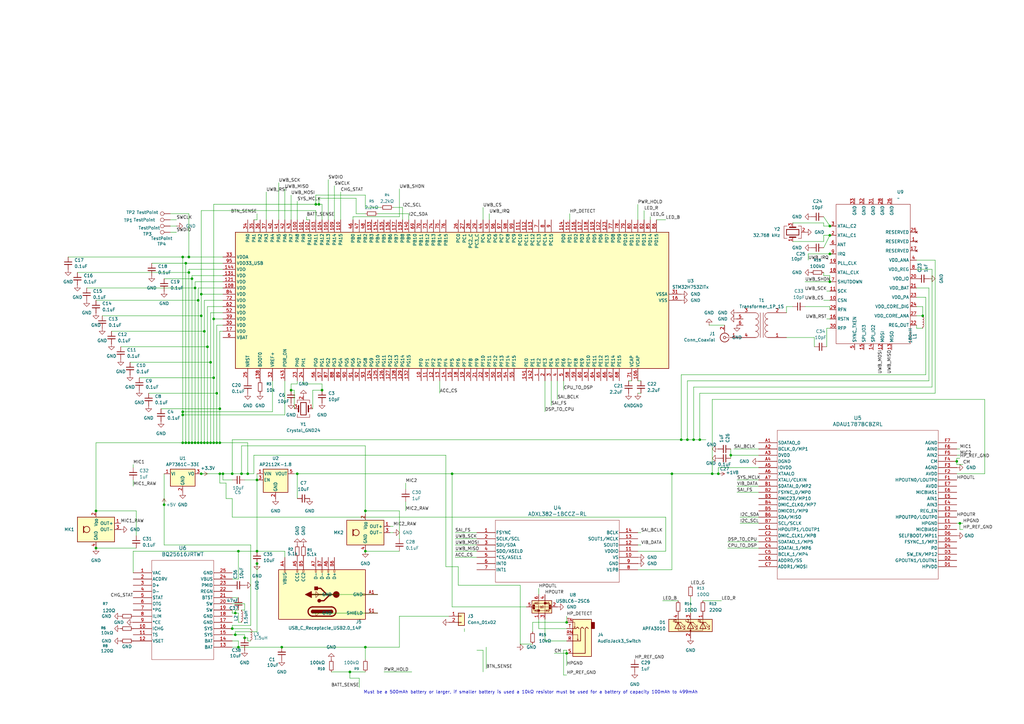
<source format=kicad_sch>
(kicad_sch (version 20250114) (generator "eeschema") (generator_version "9.0")
  (paper "A3")
  (text "Must be a 500mAh battery or larger, if smaller battery is used a 10kΩ resistor must be used for a battery of capacity 100mAh to 499mAh" (at 217.678 283.972 0) (effects (font (size 1.27 1.27))))
  (junction (at 78.74 114.3))
  (junction (at 392.43 189.23))
  (junction (at 340.36 115.57))
  (junction (at 100.33 261.62))
  (junction (at 149.86 226.06))
  (junction (at 101.6 194.31))
  (junction (at 90.17 181.61))
  (junction (at 82.55 181.61))
  (junction (at 91.44 194.31))
  (junction (at 82.55 194.31))
  (junction (at 96.52 251.46))
  (junction (at 83.82 181.61))
  (junction (at 105.41 231.14))
  (junction (at 284.48 180.34))
  (junction (at 74.93 105.41))
  (junction (at 83.82 135.89))
  (junction (at 279.4 180.34))
  (junction (at 378.46 129.54))
  (junction (at 81.28 181.61))
  (junction (at 149.86 265.43))
  (junction (at 105.41 196.85))
  (junction (at 340.36 96.52))
  (junction (at 85.09 142.24))
  (junction (at 77.47 111.76))
  (junction (at 88.9 181.61))
  (junction (at 294.64 194.31))
  (junction (at 275.59 194.31))
  (junction (at 67.31 207.01))
  (junction (at 149.86 209.55))
  (junction (at 74.93 181.61))
  (junction (at 39.37 224.79))
  (junction (at 287.02 180.34))
  (junction (at 393.7 214.63))
  (junction (at 81.28 123.19))
  (junction (at 87.63 154.94))
  (junction (at 87.63 130.81))
  (junction (at 143.51 275.59))
  (junction (at 340.36 92.71))
  (junction (at 105.41 226.06))
  (junction (at 115.57 265.43))
  (junction (at 299.72 186.69))
  (junction (at 99.06 194.31))
  (junction (at 88.9 161.29))
  (junction (at 85.09 181.61))
  (junction (at 97.79 226.06))
  (junction (at 119.38 160.02))
  (junction (at 132.08 160.02))
  (junction (at 80.01 118.11))
  (junction (at 87.63 181.61))
  (junction (at 82.55 129.54))
  (junction (at 78.74 181.61))
  (junction (at 340.36 104.14))
  (junction (at 74.93 170.18))
  (junction (at 97.79 265.43))
  (junction (at 130.81 83.82))
  (junction (at 86.36 148.59))
  (junction (at 281.94 180.34))
  (junction (at 95.25 194.31))
  (junction (at 39.37 209.55))
  (junction (at 185.42 194.31))
  (junction (at 76.2 107.95))
  (junction (at 129.54 83.82))
  (junction (at 90.17 194.31))
  (junction (at 80.01 181.61))
  (junction (at 90.17 167.64))
  (junction (at 77.47 181.61))
  (junction (at 74.93 168.91))
  (junction (at 232.41 267.97))
  (junction (at 86.36 181.61))
  (junction (at 96.52 260.35))
  (junction (at 232.41 255.27))
  (junction (at 77.47 105.41))
  (junction (at 76.2 181.61))
  (junction (at 95.25 257.81))
  (junction (at 121.92 194.31))
  (junction (at 292.1 194.31))
  (junction (at 82.55 120.65))
  (wire (pts (xy 163.83 209.55) (xy 149.86 209.55)))
  (wire (pts (xy 337.82 92.71) (xy 340.36 92.71)))
  (wire (pts (xy 124.46 157.48) (xy 132.08 157.48)))
  (wire (pts (xy 261.62 226.06) (xy 273.05 226.06)))
  (wire (pts (xy 186.69 218.44) (xy 195.58 218.44)))
  (wire (pts (xy 182.88 232.41) (xy 182.88 186.69)))
  (wire (pts (xy 105.41 194.31) (xy 105.41 196.85)))
  (wire (pts (xy 190.5 257.81) (xy 190.5 259.08)))
  (wire (pts (xy 223.52 156.21) (xy 223.52 168.91)))
  (wire (pts (xy 279.4 180.34) (xy 281.94 180.34)))
  (wire (pts (xy 99.06 182.88) (xy 149.86 182.88)))
  (wire (pts (xy 105.41 231.14) (xy 105.41 259.08)))
  (wire (pts (xy 85.09 125.73) (xy 85.09 142.24)))
  (wire (pts (xy 154.94 251.46) (xy 128.27 251.46)))
  (wire (pts (xy 121.92 204.47) (xy 121.92 194.31)))
  (wire (pts (xy 392.43 194.31) (xy 403.86 194.31)))
  (wire (pts (xy 262.89 156.21) (xy 261.62 156.21)))
  (wire (pts (xy 83.82 135.89) (xy 83.82 181.61)))
  (wire (pts (xy 382.27 158.75) (xy 382.27 110.49)))
  (wire (pts (xy 91.44 113.03) (xy 78.74 113.03)))
  (wire (pts (xy 57.15 154.94) (xy 87.63 154.94)))
  (wire (pts (xy 147.32 278.13) (xy 143.51 278.13)))
  (wire (pts (xy 382.27 110.49) (xy 375.92 110.49)))
  (wire (pts (xy 163.83 252.73) (xy 163.83 265.43)))
  (wire (pts (xy 394.97 214.63) (xy 393.7 214.63)))
  (wire (pts (xy 339.09 134.62) (xy 340.36 134.62)))
  (wire (pts (xy 149.86 80.01) (xy 129.54 80.01)))
  (wire (pts (xy 116.84 156.21) (xy 116.84 170.18)))
  (wire (pts (xy 392.43 190.5) (xy 392.43 189.23)))
  (wire (pts (xy 261.62 83.82) (xy 261.62 90.17)))
  (wire (pts (xy 223.52 262.89) (xy 223.52 254)))
  (wire (pts (xy 227.33 267.97) (xy 232.41 267.97)))
  (wire (pts (xy 287.02 161.29) (xy 383.54 161.29)))
  (wire (pts (xy 232.41 257.81) (xy 220.98 257.81)))
  (wire (pts (xy 302.26 199.39) (xy 311.15 199.39)))
  (wire (pts (xy 300.99 184.15) (xy 311.15 184.15)))
  (wire (pts (xy 99.06 194.31) (xy 101.6 194.31)))
  (wire (pts (xy 381 118.11) (xy 381 156.21)))
  (wire (pts (xy 91.44 118.11) (xy 81.28 118.11)))
  (wire (pts (xy 109.22 78.74) (xy 109.22 90.17)))
  (wire (pts (xy 81.28 123.19) (xy 81.28 181.61)))
  (wire (pts (xy 129.54 83.82) (xy 130.81 83.82)))
  (wire (pts (xy 95.25 212.09) (xy 95.25 204.47)))
  (wire (pts (xy 337.82 123.19) (xy 340.36 123.19)))
  (wire (pts (xy 82.55 86.36) (xy 129.54 86.36)))
  (wire (pts (xy 330.2 115.57) (xy 340.36 115.57)))
  (wire (pts (xy 100.33 196.85) (xy 105.41 196.85)))
  (wire (pts (xy 281.94 180.34) (xy 284.48 180.34)))
  (wire (pts (xy 163.83 220.98) (xy 163.83 209.55)))
  (wire (pts (xy 101.6 262.89) (xy 102.87 262.89)))
  (wire (pts (xy 121.92 194.31) (xy 185.42 194.31)))
  (wire (pts (xy 91.44 120.65) (xy 82.55 120.65)))
  (wire (pts (xy 39.37 123.19) (xy 81.28 123.19)))
  (wire (pts (xy 69.85 90.17) (xy 72.39 90.17)))
  (wire (pts (xy 298.45 222.25) (xy 311.15 222.25)))
  (wire (pts (xy 81.28 118.11) (xy 81.28 123.19)))
  (wire (pts (xy 82.55 181.61) (xy 83.82 181.61)))
  (wire (pts (xy 341.63 104.14) (xy 340.36 104.14)))
  (wire (pts (xy 96.52 259.08) (xy 96.52 260.35)))
  (wire (pts (xy 394.97 190.5) (xy 392.43 190.5)))
  (wire (pts (xy 273.05 212.09) (xy 95.25 212.09)))
  (wire (pts (xy 165.1 85.09) (xy 161.29 85.09)))
  (wire (pts (xy 80.01 118.11) (xy 80.01 181.61)))
  (wire (pts (xy 165.1 85.09) (xy 165.1 90.17)))
  (wire (pts (xy 330.2 125.73) (xy 340.36 125.73)))
  (wire (pts (xy 232.41 252.73) (xy 232.41 255.27)))
  (wire (pts (xy 77.47 110.49) (xy 77.47 111.76)))
  (wire (pts (xy 180.34 161.29) (xy 180.34 156.21)))
  (wire (pts (xy 86.36 128.27) (xy 86.36 148.59)))
  (wire (pts (xy 91.44 196.85) (xy 95.25 196.85)))
  (wire (pts (xy 232.41 276.86) (xy 231.14 276.86)))
  (wire (pts (xy 337.82 91.44) (xy 337.82 92.71)))
  (wire (pts (xy 266.7 88.9) (xy 266.7 90.17)))
  (wire (pts (xy 121.92 156.21) (xy 121.92 157.48)))
  (wire (pts (xy 60.96 161.29) (xy 88.9 161.29)))
  (wire (pts (xy 378.46 125.73) (xy 378.46 129.54)))
  (wire (pts (xy 337.82 113.03) (xy 340.36 113.03)))
  (wire (pts (xy 337.82 88.9) (xy 340.36 92.71)))
  (wire (pts (xy 337.82 101.6) (xy 340.36 96.52)))
  (wire (pts (xy 298.45 224.79) (xy 311.15 224.79)))
  (wire (pts (xy 233.68 87.63) (xy 233.68 90.17)))
  (wire (pts (xy 100.33 247.65) (xy 95.25 247.65)))
  (wire (pts (xy 128.27 160.02) (xy 132.08 160.02)))
  (wire (pts (xy 403.86 194.31) (xy 403.86 163.83)))
  (wire (pts (xy 161.29 215.9) (xy 160.02 215.9)))
  (wire (pts (xy 69.85 92.71) (xy 72.39 92.71)))
  (wire (pts (xy 95.25 262.89) (xy 97.79 262.89)))
  (wire (pts (xy 228.6 163.83) (xy 228.6 156.21)))
  (wire (pts (xy 292.1 194.31) (xy 294.64 194.31)))
  (wire (pts (xy 97.79 250.19) (xy 96.52 250.19)))
  (wire (pts (xy 90.17 135.89) (xy 90.17 167.64)))
  (wire (pts (xy 275.59 194.31) (xy 292.1 194.31)))
  (wire (pts (xy 149.86 182.88) (xy 149.86 209.55)))
  (wire (pts (xy 81.28 181.61) (xy 82.55 181.61)))
  (wire (pts (xy 105.41 196.85) (xy 105.41 226.06)))
  (wire (pts (xy 149.86 209.55) (xy 149.86 210.82)))
  (wire (pts (xy 83.82 181.61) (xy 85.09 181.61)))
  (wire (pts (xy 102.87 223.52) (xy 102.87 256.54)))
  (wire (pts (xy 87.63 130.81) (xy 87.63 154.94)))
  (wire (pts (xy 80.01 115.57) (xy 80.01 118.11)))
  (wire (pts (xy 85.09 142.24) (xy 85.09 181.61)))
  (wire (pts (xy 54.61 234.95) (xy 54.61 226.06)))
  (wire (pts (xy 87.63 154.94) (xy 87.63 181.61)))
  (wire (pts (xy 322.58 138.43) (xy 334.01 138.43)))
  (wire (pts (xy 257.81 156.21) (xy 259.08 156.21)))
  (wire (pts (xy 262.89 218.44) (xy 261.62 218.44)))
  (wire (pts (xy 322.58 128.27) (xy 322.58 125.73)))
  (wire (pts (xy 213.36 264.16) (xy 213.36 240.03)))
  (wire (pts (xy 105.41 259.08) (xy 96.52 259.08)))
  (wire (pts (xy 149.86 87.63) (xy 146.05 87.63)))
  (wire (pts (xy 111.76 156.21) (xy 111.76 168.91)))
  (wire (pts (xy 340.36 125.73) (xy 340.36 127)))
  (wire (pts (xy 91.44 107.95) (xy 76.2 107.95)))
  (wire (pts (xy 95.25 257.81) (xy 102.87 257.81)))
  (wire (pts (xy 186.69 226.06) (xy 195.58 226.06)))
  (wire (pts (xy 340.36 113.03) (xy 340.36 115.57)))
  (wire (pts (xy 231.14 266.7) (xy 232.41 266.7)))
  (wire (pts (xy 393.7 186.69) (xy 392.43 186.69)))
  (wire (pts (xy 299.72 186.69) (xy 311.15 186.69)))
  (wire (pts (xy 82.55 120.65) (xy 82.55 129.54)))
  (wire (pts (xy 284.48 180.34) (xy 287.02 180.34)))
  (wire (pts (xy 199.39 265.43) (xy 199.39 274.32)))
  (wire (pts (xy 322.58 125.73) (xy 325.12 125.73)))
  (wire (pts (xy 82.55 194.31) (xy 90.17 194.31)))
  (wire (pts (xy 271.78 246.38) (xy 278.13 246.38)))
  (wire (pts (xy 95.25 194.31) (xy 95.25 180.34)))
  (wire (pts (xy 104.14 186.69) (xy 104.14 194.31)))
  (wire (pts (xy 392.43 187.96) (xy 392.43 189.23)))
  (wire (pts (xy 80.01 181.61) (xy 81.28 181.61)))
  (wire (pts (xy 90.17 181.61) (xy 101.6 181.61)))
  (wire (pts (xy 67.31 194.31) (xy 67.31 207.01)))
  (wire (pts (xy 91.44 135.89) (xy 90.17 135.89)))
  (wire (pts (xy 185.42 194.31) (xy 185.42 248.92)))
  (wire (pts (xy 130.81 83.82) (xy 132.08 83.82)))
  (wire (pts (xy 101.6 261.62) (xy 101.6 262.89)))
  (wire (pts (xy 273.05 226.06) (xy 273.05 212.09)))
  (wire (pts (xy 337.82 96.52) (xy 340.36 96.52)))
  (wire (pts (xy 76.2 107.95) (xy 76.2 181.61)))
  (wire (pts (xy 128.27 167.64) (xy 128.27 160.02)))
  (wire (pts (xy 82.55 86.36) (xy 82.55 120.65)))
  (wire (pts (xy 55.88 219.71) (xy 55.88 209.55)))
  (wire (pts (xy 74.93 181.61) (xy 76.2 181.61)))
  (wire (pts (xy 303.53 212.09) (xy 311.15 212.09)))
  (wire (pts (xy 91.44 196.85) (xy 91.44 194.31)))
  (wire (pts (xy 54.61 190.5) (xy 54.61 191.77)))
  (wire (pts (xy 186.69 220.98) (xy 195.58 220.98)))
  (wire (pts (xy 100.33 261.62) (xy 101.6 261.62)))
  (wire (pts (xy 35.56 118.11) (xy 80.01 118.11)))
  (wire (pts (xy 74.93 105.41) (xy 74.93 168.91)))
  (wire (pts (xy 149.86 265.43) (xy 115.57 265.43)))
  (wire (pts (xy 88.9 133.35) (xy 88.9 161.29)))
  (wire (pts (xy 231.14 160.02) (xy 231.14 156.21)))
  (wire (pts (xy 339.09 119.38) (xy 340.36 119.38)))
  (wire (pts (xy 97.79 251.46) (xy 96.52 251.46)))
  (wire (pts (xy 284.48 158.75) (xy 382.27 158.75)))
  (wire (pts (xy 379.73 121.92) (xy 379.73 153.67)))
  (wire (pts (xy 86.36 148.59) (xy 86.36 181.61)))
  (wire (pts (xy 87.63 181.61) (xy 88.9 181.61)))
  (wire (pts (xy 62.23 107.95) (xy 76.2 107.95)))
  (wire (pts (xy 129.54 80.01) (xy 129.54 83.82)))
  (wire (pts (xy 116.84 226.06) (xy 116.84 228.6)))
  (wire (pts (xy 97.79 226.06) (xy 105.41 226.06)))
  (wire (pts (xy 83.82 123.19) (xy 83.82 135.89)))
  (wire (pts (xy 394.97 217.17) (xy 393.7 217.17)))
  (wire (pts (xy 77.47 181.61) (xy 78.74 181.61)))
  (wire (pts (xy 264.16 86.36) (xy 264.16 90.17)))
  (wire (pts (xy 281.94 156.21) (xy 281.94 180.34)))
  (wire (pts (xy 144.78 88.9) (xy 144.78 90.17)))
  (wire (pts (xy 91.44 130.81) (xy 87.63 130.81)))
  (wire (pts (xy 99.06 194.31) (xy 99.06 182.88)))
  (wire (pts (xy 121.92 194.31) (xy 120.65 194.31)))
  (wire (pts (xy 101.6 181.61) (xy 101.6 194.31)))
  (wire (pts (xy 302.26 196.85) (xy 311.15 196.85)))
  (wire (pts (xy 95.25 204.47) (xy 92.71 204.47)))
  (wire (pts (xy 137.16 76.2) (xy 137.16 90.17)))
  (wire (pts (xy 78.74 114.3) (xy 78.74 181.61)))
  (wire (pts (xy 74.93 170.18) (xy 74.93 181.61)))
  (wire (pts (xy 143.51 278.13) (xy 143.51 275.59)))
  (wire (pts (xy 147.32 281.94) (xy 147.32 278.13)))
  (wire (pts (xy 69.85 95.25) (xy 72.39 95.25)))
  (wire (pts (xy 186.69 223.52) (xy 195.58 223.52)))
  (wire (pts (xy 121.92 82.55) (xy 121.92 90.17)))
  (wire (pts (xy 134.62 73.66) (xy 134.62 90.17)))
  (wire (pts (xy 91.44 128.27) (xy 86.36 128.27)))
  (wire (pts (xy 290.83 133.35) (xy 297.18 133.35)))
  (wire (pts (xy 124.46 156.21) (xy 124.46 157.48)))
  (wire (pts (xy 311.15 191.77) (xy 294.64 191.77)))
  (wire (pts (xy 116.84 77.47) (xy 116.84 90.17)))
  (wire (pts (xy 220.98 257.81) (xy 220.98 254)))
  (wire (pts (xy 375.92 134.62) (xy 375.92 133.35)))
  (wire (pts (xy 91.44 194.31) (xy 95.25 194.31)))
  (wire (pts (xy 100.33 260.35) (xy 96.52 260.35)))
  (wire (pts (xy 49.53 142.24) (xy 85.09 142.24)))
  (wire (pts (xy 92.71 204.47) (xy 92.71 198.12)))
  (wire (pts (xy 295.91 246.38) (xy 288.29 246.38)))
  (wire (pts (xy 287.02 180.34) (xy 289.56 180.34)))
  (wire (pts (xy 125.73 90.17) (xy 127 90.17)))
  (wire (pts (xy 95.25 194.31) (xy 99.06 194.31)))
  (wire (pts (xy 101.6 194.31) (xy 104.14 194.31)))
  (wire (pts (xy 55.88 209.55) (xy 39.37 209.55)))
  (wire (pts (xy 45.72 135.89) (xy 83.82 135.89)))
  (wire (pts (xy 161.29 218.44) (xy 160.02 218.44)))
  (wire (pts (xy 92.71 198.12) (xy 90.17 198.12)))
  (wire (pts (xy 187.96 232.41) (xy 182.88 232.41)))
  (wire (pts (xy 97.79 255.27) (xy 97.79 251.46)))
  (wire (pts (xy 393.7 187.96) (xy 392.43 187.96)))
  (wire (pts (xy 200.66 87.63) (xy 200.66 90.17)))
  (wire (pts (xy 67.31 114.3) (xy 78.74 114.3)))
  (wire (pts (xy 100.33 250.19) (xy 99.06 250.19)))
  (wire (pts (xy 115.57 265.43) (xy 97.79 265.43)))
  (wire (pts (xy 100.33 261.62) (xy 100.33 260.35)))
  (wire (pts (xy 383.54 106.68) (xy 375.92 106.68)))
  (wire (pts (xy 287.02 161.29) (xy 287.02 180.34)))
  (wire (pts (xy 125.73 88.9) (xy 125.73 90.17)))
  (wire (pts (xy 132.08 83.82) (xy 132.08 90.17)))
  (wire (pts (xy 403.86 163.83) (xy 292.1 163.83)))
  (wire (pts (xy 149.86 265.43) (xy 149.86 270.51)))
  (wire (pts (xy 167.64 87.63) (xy 167.64 90.17)))
  (wire (pts (xy 299.72 186.69) (xy 299.72 184.15)))
  (wire (pts (xy 139.7 78.74) (xy 139.7 90.17)))
  (wire (pts (xy 339.09 142.24) (xy 339.09 134.62)))
  (wire (pts (xy 393.7 184.15) (xy 392.43 184.15)))
  (wire (pts (xy 187.96 240.03) (xy 187.96 232.41)))
  (wire (pts (xy 154.94 87.63) (xy 167.64 87.63)))
  (wire (pts (xy 102.87 256.54) (xy 95.25 256.54)))
  (wire (pts (xy 284.48 158.75) (xy 284.48 180.34)))
  (wire (pts (xy 66.04 167.64) (xy 90.17 167.64)))
  (wire (pts (xy 90.17 198.12) (xy 90.17 194.31)))
  (wire (pts (xy 182.88 186.69) (xy 104.14 186.69)))
  (wire (pts (xy 88.9 181.61) (xy 90.17 181.61)))
  (wire (pts (xy 218.44 259.08) (xy 218.44 255.27)))
  (wire (pts (xy 232.41 262.89) (xy 223.52 262.89)))
  (wire (pts (xy 91.44 115.57) (xy 80.01 115.57)))
  (wire (pts (xy 292.1 163.83) (xy 292.1 194.31)))
  (wire (pts (xy 78.74 181.61) (xy 80.01 181.61)))
  (wire (pts (xy 375.92 118.11) (xy 381 118.11)))
  (wire (pts (xy 184.15 252.73) (xy 163.83 252.73)))
  (wire (pts (xy 96.52 250.19) (xy 96.52 251.46)))
  (wire (pts (xy 302.26 201.93) (xy 311.15 201.93)))
  (wire (pts (xy 129.54 86.36) (xy 129.54 90.17)))
  (wire (pts (xy 232.41 266.7) (xy 232.41 267.97)))
  (wire (pts (xy 220.98 241.3) (xy 220.98 243.84)))
  (wire (pts (xy 82.55 181.61) (xy 82.55 129.54)))
  (wire (pts (xy 275.59 233.68) (xy 275.59 194.31)))
  (wire (pts (xy 144.78 88.9) (xy 163.83 88.9)))
  (wire (pts (xy 88.9 161.29) (xy 88.9 181.61)))
  (wire (pts (xy 105.41 87.63) (xy 105.41 90.17)))
  (wire (pts (xy 157.48 275.59) (xy 168.91 275.59)))
  (wire (pts (xy 261.62 233.68) (xy 275.59 233.68)))
  (wire (pts (xy 339.09 130.81) (xy 340.36 130.81)))
  (wire (pts (xy 154.94 243.84) (xy 128.27 243.84)))
  (wire (pts (xy 149.86 80.01) (xy 149.86 85.09)))
  (wire (pts (xy 96.52 251.46) (xy 95.25 251.46)))
  (wire (pts (xy 105.41 90.17) (xy 104.14 90.17)))
  (wire (pts (xy 381 156.21) (xy 281.94 156.21)))
  (wire (pts (xy 91.44 133.35) (xy 88.9 133.35)))
  (wire (pts (xy 375.92 129.54) (xy 378.46 129.54)))
  (wire (pts (xy 325.12 99.06) (xy 337.82 99.06)))
  (wire (pts (xy 331.47 106.68) (xy 331.47 104.14)))
  (wire (pts (xy 185.42 194.31) (xy 275.59 194.31)))
  (wire (pts (xy 74.93 168.91) (xy 74.93 170.18)))
  (wire (pts (xy 105.41 226.06) (xy 116.84 226.06)))
  (wire (pts (xy 218.44 264.16) (xy 213.36 264.16)))
  (wire (pts (xy 116.84 170.18) (xy 74.93 170.18)))
  (wire (pts (xy 100.33 250.19) (xy 100.33 247.65)))
  (wire (pts (xy 379.73 153.67) (xy 279.4 153.67)))
  (wire (pts (xy 186.69 228.6) (xy 195.58 228.6)))
  (wire (pts (xy 90.17 167.64) (xy 90.17 181.61)))
  (wire (pts (xy 85.09 181.61) (xy 86.36 181.61)))
  (wire (pts (xy 41.91 129.54) (xy 82.55 129.54)))
  (wire (pts (xy 393.7 217.17) (xy 393.7 214.63)))
  (wire (pts (xy 163.83 265.43) (xy 149.86 265.43)))
  (wire (pts (xy 132.08 157.48) (xy 132.08 160.02)))
  (wire (pts (xy 39.37 181.61) (xy 74.93 181.61)))
  (wire (pts (xy 119.38 157.48) (xy 119.38 160.02)))
  (wire (pts (xy 166.37 198.12) (xy 166.37 200.66)))
  (wire (pts (xy 279.4 153.67) (xy 279.4 180.34)))
  (wire (pts (xy 273.05 90.17) (xy 269.24 90.17)))
  (wire (pts (xy 299.72 187.96) (xy 299.72 186.69)))
  (wire (pts (xy 96.52 260.35) (xy 95.25 260.35)))
  (wire (pts (xy 146.05 81.28) (xy 130.81 81.28)))
  (wire (pts (xy 69.85 87.63) (xy 77.47 87.63)))
  (wire (pts (xy 78.74 113.03) (xy 78.74 114.3)))
  (wire (pts (xy 31.75 111.76) (xy 77.47 111.76)))
  (wire (pts (xy 130.81 81.28) (xy 130.81 83.82)))
  (wire (pts (xy 383.54 106.68) (xy 383.54 161.29)))
  (wire (pts (xy 331.47 104.14) (xy 340.36 104.14)))
  (wire (pts (xy 120.65 167.64) (xy 120.65 160.02)))
  (wire (pts (xy 262.89 223.52) (xy 261.62 223.52)))
  (wire (pts (xy 97.79 245.11) (xy 95.25 245.11)))
  (wire (pts (xy 77.47 105.41) (xy 74.93 105.41)))
  (wire (pts (xy 198.12 85.09) (xy 198.12 90.17)))
  (wire (pts (xy 95.25 256.54) (xy 95.25 257.81)))
  (wire (pts (xy 262.89 161.29) (xy 261.62 161.29)))
  (wire (pts (xy 166.37 209.55) (xy 166.37 205.74)))
  (wire (pts (xy 111.76 168.91) (xy 74.93 168.91)))
  (wire (pts (xy 325.12 91.44) (xy 337.82 91.44)))
  (wire (pts (xy 375.92 125.73) (xy 378.46 125.73)))
  (wire (pts (xy 393.7 214.63) (xy 392.43 214.63)))
  (wire (pts (xy 195.58 266.7) (xy 198.12 266.7)))
  (wire (pts (xy 87.63 83.82) (xy 87.63 130.81)))
  (wire (pts (xy 95.25 250.19) (xy 95.25 251.46)))
  (wire (pts (xy 77.47 111.76) (xy 77.47 181.61)))
  (wire (pts (xy 334.01 138.43) (xy 334.01 142.24)))
  (wire (pts (xy 95.25 180.34) (xy 279.4 180.34)))
  (wire (pts (xy 231.14 276.86) (xy 231.14 266.7)))
  (wire (pts (xy 39.37 209.55) (xy 39.37 181.61)))
  (wire (pts (xy 198.12 266.7) (xy 198.12 275.59)))
  (wire (pts (xy 67.31 207.01) (xy 67.31 223.52)))
  (wire (pts (xy 149.86 275.59) (xy 143.51 275.59)))
  (wire (pts (xy 54.61 199.39) (xy 54.61 196.85)))
  (wire (pts (xy 213.36 240.03) (xy 187.96 240.03)))
  (wire (pts (xy 76.2 181.61) (xy 77.47 181.61)))
  (wire (pts (xy 283.21 245.11) (xy 283.21 251.46)))
  (wire (pts (xy 337.82 99.06) (xy 337.82 96.52)))
  (wire (pts (xy 294.64 191.77) (xy 294.64 194.31)))
  (wire (pts (xy 95.25 237.49) (xy 97.79 237.49)))
  (wire (pts (xy 215.9 248.92) (xy 185.42 248.92)))
  (wire (pts (xy 232.41 273.05) (xy 232.41 267.97)))
  (wire (pts (xy 54.61 226.06) (xy 97.79 226.06)))
  (wire (pts (xy 97.79 226.06) (xy 97.79 237.49)))
  (wire (pts (xy 97.79 262.89) (xy 97.79 265.43)))
  (wire (pts (xy 97.79 265.43) (xy 95.25 265.43)))
  (wire (pts (xy 146.05 87.63) (xy 146.05 81.28)))
  (wire (pts (xy 53.34 148.59) (xy 86.36 148.59)))
  (wire (pts (xy 99.06 255.27) (xy 97.79 255.27)))
  (wire (pts (xy 119.38 80.01) (xy 119.38 90.17)))
  (wire (pts (xy 77.47 87.63) (xy 77.47 105.41)))
  (wire (pts (xy 86.36 181.61) (xy 87.63 181.61)))
  (wire (pts (xy 218.44 255.27) (xy 232.41 255.27)))
  (wire (pts (xy 163.83 226.06) (xy 149.86 226.06)))
  (wire (pts (xy 121.92 157.48) (xy 119.38 157.48)))
  (wire (pts (xy 375.92 121.92) (xy 379.73 121.92)))
  (wire (pts (xy 163.83 77.47) (xy 163.83 88.9)))
  (wire (pts (xy 156.21 85.09) (xy 149.86 85.09)))
  (wire (pts (xy 27.94 105.41) (xy 74.93 105.41)))
  (wire (pts (xy 55.88 224.79) (xy 39.37 224.79)))
  (wire (pts (xy 91.44 125.73) (xy 85.09 125.73)))
  (wire (pts (xy 67.31 223.52) (xy 102.87 223.52)))
  (wire (pts (xy 114.3 74.93) (xy 114.3 90.17)))
  (wire (pts (xy 303.53 214.63) (xy 311.15 214.63)))
  (wire (pts (xy 91.44 110.49) (xy 77.47 110.49)))
  (wire (pts (xy 226.06 166.37) (xy 226.06 156.21)))
  (wire (pts (xy 91.44 105.41) (xy 77.47 105.41)))
  (wire (pts (xy 87.63 83.82) (xy 129.54 83.82)))
  (wire (pts (xy 143.51 275.59) (xy 135.89 275.59)))
  (wire (pts (xy 91.44 123.19) (xy 83.82 123.19)))
  (wire (pts (xy 337.82 111.76) (xy 337.82 113.03)))
  (wire (pts (xy 378.46 134.62) (xy 375.92 134.62)))
  (wire (pts (xy 120.65 160.02) (xy 119.38 160.02)))
  (wire (pts (xy 90.17 194.31) (xy 91.44 194.31)))
  (label "DSP_TO_CPU" (at 223.52 168.91 0))
  (label "BTN_SENSE" (at 199.39 274.32 0))
  (label "HP_REF_GND" (at 260.35 270.51 0))
  (label "UWB_IRQ" (at 200.66 87.63 0))
  (label "HPGND" (at 232.41 273.05 0))
  (label "DSP_TO_CPU" (at 298.45 222.25 0))
  (label "SAI_FS" (at 302.26 201.93 0))
  (label "CPU_TO_DSP" (at 231.14 160.02 0))
  (label "SWCLK" (at 72.39 90.17 0))
  (label "UWB_MOSI" (at 119.38 80.01 0))
  (label "SWDIO" (at 134.62 73.66 0))
  (label "UWB_MISO" (at 116.84 77.47 0))
  (label "CPU_TO_DSP" (at 298.45 224.79 0))
  (label "PWR_HOLD" (at 261.62 83.82 0))
  (label "UWB_CS" (at 198.12 85.09 0))
  (label "SAI_BCLK" (at 228.6 163.83 0))
  (label "UWB_MISO" (at 365.76 143.51 270))
  (label "UWB_MOSI" (at 361.95 143.51 270))
  (label "LED_G" (at 266.7 88.9 0))
  (label "MIC2" (at 393.7 186.69 0))
  (label "UWB_SCK" (at 186.69 220.98 0))
  (label "MIC1_RAW" (at 49.53 214.63 0))
  (label "MIC2_RAW" (at 166.37 209.55 0))
  (label "CHG_STAT" (at 54.61 245.11 180))
  (label "SWCLK" (at 137.16 76.2 0))
  (label "I2C_SDA" (at 167.64 88.9 0))
  (label "SYS_MCLK" (at 121.92 82.55 0))
  (label "SAI_BCLK" (at 300.99 184.15 0))
  (label "BATT_SENSE" (at 125.73 88.9 0))
  (label "UWB_RST" (at 109.22 78.74 0))
  (label "I2C_SDA" (at 303.53 212.09 0))
  (label "" (at 125.7295 194.31 0))
  (label "HPOUTL" (at 220.98 241.3 0))
  (label "MIC2_RAW" (at 161.29 215.9 0))
  (label "HPGND" (at 394.97 214.63 0))
  (label "LED_R" (at 264.16 86.36 0))
  (label "VIB_DATA" (at 302.26 199.39 0))
  (label "CM" (at 227.33 267.97 0))
  (label "HP_DETECT" (at 233.68 87.63 0))
  (label "UWB_MISO" (at 186.69 226.06 0))
  (label "MIC1" (at 393.7 184.15 0))
  (label "LED_G" (at 283.21 240.03 0))
  (label "UWB_CS" (at 337.82 123.19 180))
  (label "UWB_RST" (at 339.09 130.81 180))
  (label "I2C_SCL" (at 303.53 214.63 0))
  (label "MIC1_RAW" (at 54.61 199.39 0))
  (label "UWB_SHDN" (at 163.83 77.47 0))
  (label "LED_B" (at 273.05 90.17 0))
  (label "BATT_SENSE" (at 147.32 281.94 180))
  (label "PWR_HOLD" (at 157.48 275.59 0))
  (label "HP_REF_GND" (at 232.41 276.86 0))
  (label "I2C_SCL" (at 165.1 85.09 0))
  (label "ACC_CS" (at 180.34 161.29 0))
  (label "SYS_MCLK" (at 302.26 196.85 0))
  (label "HP_REF_GND" (at 394.97 217.17 0))
  (label "UWB_MOSI" (at 186.69 223.52 0))
  (label "HP_REF_GND" (at 393.7 187.96 0))
  (label "SWDIO" (at 72.39 95.25 0))
  (label "SAI_BCLK" (at 262.89 218.44 0))
  (label "SAI_FS" (at 186.69 218.44 0))
  (label "HPOUTR" (at 392.43 212.09 0))
  (label "BTN_SENSE" (at 105.41 87.63 180))
  (label "LED_B" (at 271.78 246.38 0))
  (label "ACC_CS" (at 186.69 228.6 0))
  (label "HP_DETECT" (at 232.41 252.73 0))
  (label "CM" (at 394.97 190.5 0))
  (label "HPOUTR" (at 223.52 243.84 0))
  (label "UWB_SCK" (at 114.3 74.93 0))
  (label "LED_R" (at 295.91 246.38 0))
  (label "SAI_FS" (at 226.06 166.37 0))
  (label "UWB_SHDN" (at 330.2 115.57 0))
  (label "VIB_DATA" (at 262.89 223.52 0))
  (label "MIC2" (at 166.37 198.12 0))
  (label "HPOUTL" (at 392.43 196.85 0))
  (label "MIC1" (at 54.61 190.5 0))
  (label "UWB_SCK" (at 339.09 119.38 180))
  (label "UWB_IRQ" (at 331.47 106.68 0))
  (label "CHG_STAT" (at 139.7 78.74 0))
  (symbol (lib_id "power:GND") (at 100.33 240.03 90) (unit 1)
    (property "Reference" "#PWR053" (effects (hide yes)))
    (property "Value" "GND" (at 105.41 240.03 0))
    (property "Description" "Power symbol creates a global label with name \"GND\" , ground" (effects (hide yes)))
  )
  (symbol (lib_id "power:GND") (at 31.75 116.84 0) (unit 1)
    (property "Reference" "#PWR025" (effects (hide yes)))
    (property "Value" "GND" (at 31.75 121.92 0))
    (property "Description" "Power symbol creates a global label with name \"GND\" , ground" (effects (hide yes)))
  )
  (symbol (lib_id "Connector:TestPoint") (at 69.85 92.71 90) (unit 1)
    (property "Reference" "TP3" (at 60.452 96.012 90))
    (property "Value" "TestPoint" (at 61.214 93.472 90))
    (property "Footprint" "TestPoint:TestPoint_Pad_1.0x1.0mm" (effects (hide yes)))
    (property "Description" "test point" (effects (hide yes)))
  )
  (symbol (lib_id "power:GND") (at 45.72 140.97 0) (unit 1)
    (property "Reference" "#PWR021" (effects (hide yes)))
    (property "Value" "GND" (at 45.72 146.05 0))
    (property "Description" "Power symbol creates a global label with name \"GND\" , ground" (effects (hide yes)))
  )
  (symbol (lib_id "Device:R_Small") (at 124.46 226.06 0) (unit 1)
    (property "Reference" "R1" (at 125.984 225.552 0) (effects (font (size 1.016 1.016)) (justify left)))
    (property "Value" "5.1k" (at 125.73 227.33 0) (effects (justify left)))
    (property "Footprint" "Resistor_SMD:R_0402_1005Metric" (effects (hide yes)))
    (property "Description" "Resistor, small symbol" (effects (hide yes)))
  )
  (symbol (lib_id "power:GND") (at 283.21 261.62 0) (unit 1)
    (property "Reference" "#PWR059" (effects (hide yes)))
    (property "Value" "GND" (at 283.21 266.7 0))
    (property "Description" "Power symbol creates a global label with name \"GND\" , ground" (effects (hide yes)))
  )
  (symbol (lib_id "power:GND") (at 294.64 187.96 270) (unit 1)
    (property "Reference" "#PWR046" (effects (hide yes)))
    (property "Value" "GND" (at 293.624 189.992 90) (effects (justify right)))
    (property "Description" "Power symbol creates a global label with name \"GND\" , ground" (effects (hide yes)))
  )
  (symbol (lib_id "power:GND") (at 54.61 255.27 270) (unit 1)
    (property "Reference" "#PWR066" (effects (hide yes)))
    (property "Value" "GND" (at 50.8 255.2699 90) (effects (justify right)))
    (property "Description" "Power symbol creates a global label with name \"GND\" , ground" (effects (hide yes)))
  )
  (symbol (lib_id "power:GND") (at 115.57 270.51 0) (unit 1)
    (property "Reference" "#PWR013" (effects (hide yes)))
    (property "Value" "GND" (at 115.57 275.59 0))
    (property "Description" "Power symbol creates a global label with name \"GND\" , ground" (effects (hide yes)))
  )
  (symbol (lib_id "power:GND") (at 60.96 166.37 0) (unit 1)
    (property "Reference" "#PWR017" (effects (hide yes)))
    (property "Value" "GND" (at 60.96 171.45 0))
    (property "Description" "Power symbol creates a global label with name \"GND\" , ground" (effects (hide yes)))
  )
  (symbol (lib_id "Device:C_Small") (at 163.83 223.52 0) (unit 1)
    (property "Reference" "C28" (at 166.37 222.2562 0) (effects (justify left)))
    (property "Value" "0.1uF" (at 166.37 224.7962 0) (effects (justify left)))
    (property "Footprint" "Capacitor_SMD:C_0402_1005Metric" (effects (hide yes)))
    (property "Description" "Unpolarized capacitor, small symbol" (effects (hide yes)))
  )
  (symbol (lib_id "Device:R_Small") (at 152.4 87.63 90) (unit 1)
    (property "Reference" "R5" (at 152.4 82.55 90) (effects (font (size 1.016 1.016))))
    (property "Value" "2.2kΩ" (at 152.4 85.09 90))
    (property "Footprint" "Resistor_SMD:R_0402_1005Metric" (effects (hide yes)))
    (property "Description" "Resistor, small symbol" (effects (hide yes)))
  )
  (symbol (lib_id "Device:C_Small") (at 132.08 162.56 0) (unit 1)
    (property "Reference" "C3" (at 134.62 161.2962 0) (effects (justify left)))
    (property "Value" "10pF" (at 134.62 163.8362 0) (effects (justify left)))
    (property "Footprint" "Capacitor_SMD:C_0402_1005Metric" (effects (hide yes)))
    (property "Description" "Unpolarized capacitor, small symbol" (effects (hide yes)))
  )
  (symbol (lib_id "power:GND") (at 106.68 161.29 0) (unit 1)
    (property "Reference" "#PWR015" (effects (hide yes)))
    (property "Value" "GND" (at 106.68 166.37 0))
    (property "Description" "Power symbol creates a global label with name \"GND\" , ground" (effects (hide yes)))
  )
  (symbol (lib_id "Device:C_Small") (at 41.91 132.08 0) (unit 1)
    (property "Reference" "C13" (at 44.45 130.8162 0) (effects (justify left)))
    (property "Value" "0.1uF" (at 44.45 133.3562 0) (effects (justify left)))
    (property "Footprint" "Capacitor_SMD:C_0402_1005Metric" (effects (hide yes)))
    (property "Description" "Unpolarized capacitor, small symbol" (effects (hide yes)))
  )
  (symbol (lib_id "power:GND") (at 39.37 128.27 0) (unit 1)
    (property "Reference" "#PWR023" (effects (hide yes)))
    (property "Value" "GND" (at 39.37 133.35 0))
    (property "Description" "Power symbol creates a global label with name \"GND\" , ground" (effects (hide yes)))
  )
  (symbol (lib_id "Device:C_Small") (at 97.79 196.85 270) (unit 1)
    (property "Reference" "C5" (at 97.536 201.93 90))
    (property "Value" "10uF" (at 97.79 200.152 90))
    (property "Footprint" "Capacitor_SMD:C_0402_1005Metric" (effects (hide yes)))
    (property "Description" "Unpolarized capacitor, small symbol" (effects (hide yes)))
  )
  (symbol (lib_id "power:GND") (at 128.27 251.46 90) (unit 1)
    (property "Reference" "#PWR03" (effects (hide yes)))
    (property "Value" "GND" (at 132.08 251.4599 90) (effects (justify right)))
    (property "Description" "Power symbol creates a global label with name \"GND\" , ground" (effects (hide yes)))
  )
  (symbol (lib_id "Device:R_Small") (at 135.89 273.05 180) (unit 1)
    (property "Reference" "R10" (at 133.35 274.3201 0) (effects (font (size 1.016 1.016)) (justify left)))
    (property "Value" "100kΩ" (at 133.35 271.7801 0) (effects (justify left)))
    (property "Footprint" "Resistor_SMD:R_0402_1005Metric" (effects (hide yes)))
    (property "Description" "Resistor, small symbol" (effects (hide yes)))
  )
  (symbol (lib_id "power:GND") (at 332.74 88.9 270) (unit 1)
    (property "Reference" "#PWR043" (effects (hide yes)))
    (property "Value" "GND" (at 328.93 88.8999 90) (effects (justify right)))
    (property "Description" "Power symbol creates a global label with name \"GND\" , ground" (effects (hide yes)))
  )
  (symbol (lib_id "Connector:TestPoint") (at 69.85 87.63 90) (unit 1)
    (property "Reference" "TP1" (at 52.578 90.424 90))
    (property "Value" "TestPoint" (at 60.452 87.122 90))
    (property "Footprint" "TestPoint:TestPoint_Pad_1.0x1.0mm" (effects (hide yes)))
    (property "Description" "test point" (effects (hide yes)))
  )
  (symbol (lib_id "Device:C_Small") (at 55.88 222.25 0) (unit 1)
    (property "Reference" "C31" (at 58.42 220.9862 0) (effects (justify left)))
    (property "Value" "0.1uF" (at 58.42 223.5262 0) (effects (justify left)))
    (property "Footprint" "Capacitor_SMD:C_0402_1005Metric" (effects (hide yes)))
    (property "Description" "Unpolarized capacitor, small symbol" (effects (hide yes)))
  )
  (symbol (lib_id "power:GND") (at 124.46 162.56 180) (unit 1)
    (property "Reference" "#PWR048" (effects (hide yes)))
    (property "Value" "GND" (at 124.46 157.48 0))
    (property "Description" "Power symbol creates a global label with name \"GND\" , ground" (effects (hide yes)))
  )
  (symbol (lib_id "Power_Protection:USBLC6-2SC6") (at 220.98 248.92 90) (unit 1)
    (property "Reference" "U8" (at 234.95 243.9668 90))
    (property "Value" "USBLC6-2SC6" (at 234.95 246.5068 90))
    (property "Footprint" "Package_TO_SOT_SMD:SOT-23-6" (effects (hide yes)))
    (property "Datasheet" "https://www.st.com/resource/en/datasheet/usblc6-2.pdf" (effects (hide yes)))
    (property "Description" "Very low capacitance ESD protection diode, 2 data-line, SOT-23-6" (effects (hide yes)))
  )
  (symbol (lib_id "Device:Crystal_GND24") (at 325.12 95.25 90) (unit 1)
    (property "Reference" "Y2" (at 320.04 93.9799 90) (effects (justify left)))
    (property "Value" "32.768 kHz" (at 320.04 96.5199 90) (effects (justify left)))
    (property "Footprint" "Crystal:Crystal_SMD_3225-4Pin_3.2x2.5mm" (effects (hide yes)))
    (property "Description" "Four pin crystal, GND on pins 2 and 4" (effects (hide yes)))
    (property private "KLC_S3.3" "The rectangle is not a symbol body but a graphical element" (effects (hide yes)))
    (property private "KLC_S4.1" "Some pins are on 50mil grid to make the symbol small" (effects (hide yes)))
  )
  (symbol (lib_id "power:GND") (at 261.62 161.29 0) (unit 1)
    (property "Reference" "#PWR031" (effects (hide yes)))
    (property "Value" "GND" (at 261.62 166.37 0))
    (property "Description" "Power symbol creates a global label with name \"GND\" , ground" (effects (hide yes)))
  )
  (symbol (lib_id "Device:C_Small") (at 97.79 240.03 90) (unit 1)
    (property "Reference" "C36" (at 96.5262 237.49 0) (effects (justify left)))
    (property "Value" "10uF" (at 99.0662 237.49 0) (effects (justify left)))
    (property "Description" "Unpolarized capacitor, small symbol" (effects (hide yes)))
  )
  (symbol (lib_id "power:GND") (at 257.81 161.29 0) (unit 1)
    (property "Reference" "#PWR030" (effects (hide yes)))
    (property "Value" "GND" (at 257.81 166.37 0))
    (property "Description" "Power symbol creates a global label with name \"GND\" , ground" (effects (hide yes)))
  )
  (symbol (lib_id "power:GND") (at 311.15 189.23 270) (unit 1)
    (property "Reference" "#PWR037" (effects (hide yes)))
    (property "Value" "GND" (at 307.34 189.2299 90) (effects (justify right)))
    (property "Description" "Power symbol creates a global label with name \"GND\" , ground" (effects (hide yes)))
  )
  (symbol (lib_id "power:GND") (at 119.38 165.1 0) (unit 1)
    (property "Reference" "#PWR033" (effects (hide yes)))
    (property "Value" "GND" (at 119.38 170.18 0))
    (property "Description" "Power symbol creates a global label with name \"GND\" , ground" (effects (hide yes)))
  )
  (symbol (lib_id "power:GND") (at 121.92 223.52 180) (unit 1)
    (property "Reference" "#PWR01" (effects (hide yes)))
    (property "Value" "GND" (at 121.9199 219.71 90) (effects (justify right)))
    (property "Description" "Power symbol creates a global label with name \"GND\" , ground" (effects (hide yes)))
  )
  (symbol (lib_id "Device:L_Small") (at 102.87 260.35 0) (unit 1)
    (property "Reference" "L3" (at 103.886 260.096 0) (effects (justify left)))
    (property "Value" "1.5uH" (at 104.14 261.6199 0) (effects (justify left)))
    (property "Description" "Inductor, small symbol" (effects (hide yes)))
  )
  (symbol (lib_id "Device:C_Small") (at 115.57 267.97 180) (unit 1)
    (property "Reference" "C1" (at 110.236 270.51 0) (effects (justify right)))
    (property "Value" "10uF" (at 109.474 272.796 0) (effects (justify right)))
    (property "Description" "Unpolarized capacitor, small symbol" (effects (hide yes)))
  )
  (symbol (lib_id "Device:R_Small") (at 158.75 85.09 90) (unit 1)
    (property "Reference" "R4" (at 158.75 80.01 90) (effects (font (size 1.016 1.016))))
    (property "Value" "2.2kΩ" (at 158.75 82.55 90))
    (property "Footprint" "Resistor_SMD:R_0402_1005Metric" (effects (hide yes)))
    (property "Description" "Resistor, small symbol" (effects (hide yes)))
  )
  (symbol (lib_id "Device:C_Small") (at 27.94 107.95 0) (unit 1)
    (property "Reference" "C17" (at 30.48 106.6862 0) (effects (justify left)))
    (property "Value" "0.1uF" (at 30.48 109.2262 0) (effects (justify left)))
    (property "Footprint" "Capacitor_SMD:C_0402_1005Metric" (effects (hide yes)))
    (property "Description" "Unpolarized capacitor, small symbol" (effects (hide yes)))
  )
  (symbol (lib_id "power:GND") (at 260.35 275.59 0) (unit 1)
    (property "Reference" "#PWR039" (effects (hide yes)))
    (property "Value" "GND" (at 260.35 280.67 0))
    (property "Description" "Power symbol creates a global label with name \"GND\" , ground" (effects (hide yes)))
  )
  (symbol (lib_id "Device:L_Small") (at 99.06 252.73 0) (unit 1)
    (property "Reference" "L2" (at 96.774 254.762 90) (effects (justify left)))
    (property "Value" "1.5uH" (at 100.838 256.032 90) (effects (justify left)))
    (property "Description" "Inductor, small symbol" (effects (hide yes)))
  )
  (symbol (lib_id "power:GND") (at 100.33 266.7 0) (unit 1)
    (property "Reference" "#PWR055" (effects (hide yes)))
    (property "Value" "GND" (at 100.33 271.78 0))
    (property "Description" "Power symbol creates a global label with name \"GND\" , ground" (effects (hide yes)))
  )
  (symbol (lib_id "Device:C_Small") (at 335.28 101.6 90) (unit 1)
    (property "Reference" "C25" (at 328.422 104.14 90))
    (property "Value" "10pF" (at 326.898 106.172 90))
    (property "Footprint" "Capacitor_SMD:C_0402_1005Metric" (effects (hide yes)))
    (property "Description" "Unpolarized capacitor, small symbol" (effects (hide yes)))
  )
  (symbol (lib_id "power:GND") (at 184.15 255.27 270) (unit 1)
    (property "Reference" "#PWR054" (effects (hide yes)))
    (property "Value" "GND" (effects (hide yes)))
    (property "Description" "Power symbol creates a global label with name \"GND\" , ground" (effects (hide yes)))
  )
  (symbol (lib_id "power:GND") (at 332.74 111.76 270) (unit 1)
    (property "Reference" "#PWR041" (effects (hide yes)))
    (property "Value" "GND" (at 328.93 111.7599 90) (effects (justify right)))
    (property "Description" "Power symbol creates a global label with name \"GND\" , ground" (effects (hide yes)))
  )
  (symbol (lib_id "Device:Transformer_1P_1S") (at 312.42 133.35 180) (unit 1)
    (property "Reference" "T1" (at 312.4073 123.19 0))
    (property "Value" "Transformer_1P_1S" (at 312.4073 125.73 0))
    (property "Footprint" "RF_Converter:Balun_Johanson_1.6x0.8mm" (effects (hide yes)))
    (property "Description" "Transformer, single primary, single secondary" (effects (hide yes)))
  )
  (symbol (lib_id "power:GND") (at 161.29 218.44 90) (unit 1)
    (property "Reference" "#PWR049" (effects (hide yes)))
    (property "Value" "GND" (at 165.1 218.4399 90) (effects (justify right)))
    (property "Description" "Power symbol creates a global label with name \"GND\" , ground" (effects (hide yes)))
  )
  (symbol (lib_id "Device:C_Small") (at 336.55 142.24 270) (unit 1)
    (property "Reference" "C34" (at 336.5436 135.89 90))
    (property "Value" "10pF" (at 336.5436 138.43 90))
    (property "Footprint" "Capacitor_SMD:C_0402_1005Metric" (effects (hide yes)))
    (property "Description" "Unpolarized capacitor, small symbol" (effects (hide yes)))
  )
  (symbol (lib_id "ADXL382:ADXL382-1BCCZ-RL") (at 195.58 218.44 0) (unit 1)
    (property "Reference" "U4" (at 228.6 208.28 0) (effects (font (size 1.524 1.524))))
    (property "Value" "ADXL382-1BCCZ-RL" (at 228.6 210.82 0) (effects (font (size 1.524 1.524))))
    (property "Footprint" "ANC_Parts:ADXL382_Ultralib" (effects (hide yes)))
    (property "Datasheet" "ADXL382-1BCCZ-RL" (effects (hide yes)))
  )
  (symbol (lib_id "power:GND") (at 49.53 257.81 270) (unit 1)
    (property "Reference" "#PWR065" (effects (hide yes)))
    (property "Value" "GND" (at 54.102 265.1759 90) (effects (justify right)))
    (property "Description" "Power symbol creates a global label with name \"GND\" , ground" (effects (hide yes)))
  )
  (symbol (lib_id "power:GND") (at 135.89 270.51 180) (unit 1)
    (property "Reference" "#PWR056" (effects (hide yes)))
    (property "Value" "GND" (at 135.89 265.43 0))
    (property "Description" "Power symbol creates a global label with name \"GND\" , ground" (effects (hide yes)))
  )
  (symbol (lib_id "Connector_Generic:Conn_01x02") (at 189.23 252.73 0) (unit 1)
    (property "Reference" "J3" (at 191.77 252.7299 0) (effects (justify left)))
    (property "Value" "Conn_01x02" (at 191.77 255.2699 0) (effects (justify left)))
    (property "Footprint" "Connector_PinHeader_2.00mm:PinHeader_1x02_P2.00mm_Vertical" (effects (hide yes)))
    (property "Description" "Generic connector, single row, 01x02, script generated (kicad-library-utils/schlib/autogen/connector/)" (effects (hide yes)))
  )
  (symbol (lib_id "Device:R_Small") (at 278.13 248.92 180) (unit 1)
    (property "Reference" "R14" (at 280.67 247.6499 0) (effects (font (size 1.016 1.016)) (justify right)))
    (property "Value" "100Ω" (at 280.67 250.1899 0) (effects (justify right)))
    (property "Footprint" "Resistor_SMD:R_0402_1005Metric" (effects (hide yes)))
    (property "Description" "Resistor, small symbol" (effects (hide yes)))
  )
  (symbol (lib_id "power:GND") (at 41.91 134.62 0) (unit 1)
    (property "Reference" "#PWR022" (effects (hide yes)))
    (property "Value" "GND" (at 41.91 139.7 0))
    (property "Description" "Power symbol creates a global label with name \"GND\" , ground" (effects (hide yes)))
  )
  (symbol (lib_id "Device:C_Small") (at 60.96 163.83 0) (unit 1)
    (property "Reference" "C8" (at 63.5 162.5662 0) (effects (justify left)))
    (property "Value" "0.1uF" (at 63.5 165.1062 0) (effects (justify left)))
    (property "Footprint" "Capacitor_SMD:C_0402_1005Metric" (effects (hide yes)))
    (property "Description" "Unpolarized capacitor, small symbol" (effects (hide yes)))
  )
  (symbol (lib_id "Device:C_Small") (at 31.75 114.3 0) (unit 1)
    (property "Reference" "C16" (at 34.29 113.0362 0) (effects (justify left)))
    (property "Value" "0.1uF" (at 34.29 115.5762 0) (effects (justify left)))
    (property "Footprint" "Capacitor_SMD:C_0402_1005Metric" (effects (hide yes)))
    (property "Description" "Unpolarized capacitor, small symbol" (effects (hide yes)))
  )
  (symbol (lib_id "Device:C_Small") (at 262.89 158.75 0) (unit 1)
    (property "Reference" "C22" (at 265.43 157.4862 0) (effects (justify left)))
    (property "Value" "2.2uF" (at 265.43 160.0262 0) (effects (justify left)))
    (property "Footprint" "Capacitor_SMD:C_0402_1005Metric" (effects (hide yes)))
    (property "Description" "Unpolarized capacitor, small symbol" (effects (hide yes)))
  )
  (symbol (lib_id "power:GND") (at 113.03 204.47 0) (unit 1)
    (property "Reference" "#PWR07" (effects (hide yes)))
    (property "Value" "GND" (at 113.03 209.55 0))
    (property "Description" "Power symbol creates a global label with name \"GND\" , ground" (effects (hide yes)))
  )
  (symbol (lib_id "Device:R_Small") (at 106.68 158.75 0) (unit 1)
    (property "Reference" "R3" (at 109.22 157.4799 0) (effects (font (size 1.016 1.016)) (justify left)))
    (property "Value" "10k" (at 109.22 160.0199 0) (effects (justify left)))
    (property "Footprint" "Resistor_SMD:R_0402_1005Metric" (effects (hide yes)))
    (property "Description" "Resistor, small symbol" (effects (hide yes)))
  )
  (symbol (lib_id "power:GND") (at 290.83 133.35 180) (unit 1)
    (property "Reference" "#PWR061" (effects (hide yes)))
    (property "Value" "GND" (at 290.83 128.27 0))
    (property "Description" "Power symbol creates a global label with name \"GND\" , ground" (effects (hide yes)))
  )
  (symbol (lib_id "power:GND") (at 72.39 92.71 90) (unit 1)
    (property "Reference" "#PWR035" (effects (hide yes)))
    (property "Value" "GND" (at 76.2 92.7099 90) (effects (justify right)))
    (property "Description" "Power symbol creates a global label with name \"GND\" , ground" (effects (hide yes)))
  )
  (symbol (lib_id "power:GND") (at 74.93 201.93 0) (unit 1)
    (property "Reference" "#PWR06" (effects (hide yes)))
    (property "Value" "GND" (at 74.93 207.01 0))
    (property "Description" "Power symbol creates a global label with name \"GND\" , ground" (effects (hide yes)))
  )
  (symbol (lib_id "power:+1V8") (at 294.64 194.31 270) (unit 1)
    (property "Reference" "#PWR08" (effects (hide yes)))
    (property "Value" "+1V8" (at 297.688 193.802 90) (effects (justify left)))
    (property "Description" "Power symbol creates a global label with name \"+1V8\"" (effects (hide yes)))
  )
  (symbol (lib_id "Device:C_Small") (at 66.04 170.18 0) (unit 1)
    (property "Reference" "C4" (at 68.58 168.9162 0) (effects (justify left)))
    (property "Value" "0.1uF" (at 68.58 171.4562 0) (effects (justify left)))
    (property "Footprint" "Capacitor_SMD:C_0402_1005Metric" (effects (hide yes)))
    (property "Description" "Unpolarized capacitor, small symbol" (effects (hide yes)))
  )
  (symbol (lib_id "power:GND") (at 332.74 101.6 270) (unit 1)
    (property "Reference" "#PWR044" (effects (hide yes)))
    (property "Value" "GND" (at 328.93 101.5999 90) (effects (justify right)))
    (property "Description" "Power symbol creates a global label with name \"GND\" , ground" (effects (hide yes)))
  )
  (symbol (lib_id "Connector:TestPoint") (at 69.85 90.17 90) (unit 1)
    (property "Reference" "TP2" (at 53.594 87.122 90))
    (property "Value" "TestPoint" (at 59.182 90.17 90))
    (property "Footprint" "TestPoint:TestPoint_Pad_1.0x1.0mm" (effects (hide yes)))
    (property "Description" "test point" (effects (hide yes)))
  )
  (symbol (lib_id "Device:R_Small") (at 218.44 261.62 0) (unit 1)
    (property "Reference" "R15" (at 220.98 260.3499 0) (effects (font (size 1.016 1.016)) (justify left)))
    (property "Value" "10kΩ" (at 220.98 262.8899 0) (effects (justify left)))
    (property "Footprint" "Resistor_SMD:R_0402_1005Metric" (effects (hide yes)))
    (property "Description" "Resistor, small symbol" (effects (hide yes)))
  )
  (symbol (lib_id "power:GND") (at 35.56 123.19 0) (unit 1)
    (property "Reference" "#PWR024" (effects (hide yes)))
    (property "Value" "GND" (at 35.56 128.27 0))
    (property "Description" "Power symbol creates a global label with name \"GND\" , ground" (effects (hide yes)))
  )
  (symbol (lib_id "power:GND") (at 302.26 128.27 270) (unit 1)
    (property "Reference" "#PWR060" (effects (hide yes)))
    (property "Value" "GND" (at 298.45 128.2699 90) (effects (justify right)))
    (property "Description" "Power symbol creates a global label with name \"GND\" , ground" (effects (hide yes)))
  )
  (symbol (lib_id "Device:C_Small") (at 166.37 203.2 0) (unit 1)
    (property "Reference" "C30" (at 168.91 201.9362 0) (effects (justify left)))
    (property "Value" "1uF" (at 168.91 204.4762 0) (effects (justify left)))
    (property "Footprint" "Capacitor_SMD:C_0402_1005Metric" (effects (hide yes)))
    (property "Description" "Unpolarized capacitor, small symbol" (effects (hide yes)))
  )
  (symbol (lib_id "MCU_ST_STM32H7:STM32H753ZITx") (at 185.42 123.19 90) (unit 1)
    (property "Reference" "U3" (at 283.21 115.2046 90))
    (property "Value" "STM32H753ZITx" (at 283.21 117.7446 90))
    (property "Footprint" "Package_QFP:LQFP-144_20x20mm_P0.5mm" (effects (hide yes)))
    (property "Datasheet" "https://www.st.com/resource/en/datasheet/stm32h753zi.pdf" (effects (hide yes)))
    (property "Description" "STMicroelectronics Arm Cortex-M7 MCU, 2048KB flash, 1024KB RAM, 480 MHz, 1.62-3.6V, 114 GPIO, LQFP144" (effects (hide yes)))
  )
  (symbol (lib_id "Device:C_Small") (at 53.34 151.13 0) (unit 1)
    (property "Reference" "C10" (at 55.88 149.8662 0) (effects (justify left)))
    (property "Value" "0.1uF" (at 55.88 152.4062 0) (effects (justify left)))
    (property "Footprint" "Capacitor_SMD:C_0402_1005Metric" (effects (hide yes)))
    (property "Description" "Unpolarized capacitor, small symbol" (effects (hide yes)))
  )
  (symbol (lib_id "power:GND") (at 302.26 133.35 0) (unit 1)
    (property "Reference" "#PWR063" (effects (hide yes)))
    (property "Value" "GND" (at 302.26 138.43 0))
    (property "Description" "Power symbol creates a global label with name \"GND\" , ground" (effects (hide yes)))
  )
  (symbol (lib_id "power:GND") (at 124.46 223.52 180) (unit 1)
    (property "Reference" "#PWR02" (effects (hide yes)))
    (property "Value" "GND" (at 124.4599 219.71 90) (effects (justify right)))
    (property "Description" "Power symbol creates a global label with name \"GND\" , ground" (effects (hide yes)))
  )
  (symbol (lib_id "Device:C_Small") (at 297.18 184.15 270) (mirror x) (unit 1)
    (property "Reference" "C26" (at 298.4438 181.61 0) (effects (justify left)))
    (property "Value" "1uF" (at 295.9038 181.61 0) (effects (justify left)))
    (property "Footprint" "Capacitor_SMD:C_0402_1005Metric" (effects (hide yes)))
    (property "Description" "Unpolarized capacitor, small symbol" (effects (hide yes)))
  )
  (symbol (lib_id "Device:C_Small") (at 39.37 125.73 0) (unit 1)
    (property "Reference" "C14" (at 41.91 124.4662 0) (effects (justify left)))
    (property "Value" "0.1uF" (at 41.91 127.0062 0) (effects (justify left)))
    (property "Footprint" "Capacitor_SMD:C_0402_1005Metric" (effects (hide yes)))
    (property "Description" "Unpolarized capacitor, small symbol" (effects (hide yes)))
  )
  (symbol (lib_id "Device:C_Small") (at 100.33 264.16 180) (unit 1)
    (property "Reference" "C38" (at 94.996 266.7 0) (effects (justify right)))
    (property "Value" "10uF" (at 94.234 268.986 0) (effects (justify right)))
    (property "Description" "Unpolarized capacitor, small symbol" (effects (hide yes)))
  )
  (symbol (lib_id "power:GND") (at 49.53 147.32 0) (unit 1)
    (property "Reference" "#PWR020" (effects (hide yes)))
    (property "Value" "GND" (at 49.53 152.4 0))
    (property "Description" "Power symbol creates a global label with name \"GND\" , ground" (effects (hide yes)))
  )
  (symbol (lib_id "power:GND") (at 261.62 228.6 90) (unit 1)
    (property "Reference" "#PWR047" (effects (hide yes)))
    (property "Value" "GND" (at 265.43 228.5999 90) (effects (justify right)))
    (property "Description" "Power symbol creates a global label with name \"GND\" , ground" (effects (hide yes)))
  )
  (symbol (lib_id "power:GND") (at 279.4 120.65 90) (unit 1)
    (property "Reference" "#PWR011" (effects (hide yes)))
    (property "Value" "GND" (at 283.21 120.6499 90) (effects (justify right)))
    (property "Description" "Power symbol creates a global label with name \"GND\" , ground" (effects (hide yes)))
  )
  (symbol (lib_id "power:GND") (at 49.53 217.17 90) (unit 1)
    (property "Reference" "#PWR050" (effects (hide yes)))
    (property "Value" "GND" (at 53.34 217.1699 90) (effects (justify right)))
    (property "Description" "Power symbol creates a global label with name \"GND\" , ground" (effects (hide yes)))
  )
  (symbol (lib_id "power:GND") (at 105.41 231.14 0) (unit 1)
    (property "Reference" "#PWR051" (effects (hide yes)))
    (property "Value" "GND" (at 105.41 236.22 0))
    (property "Description" "Power symbol creates a global label with name \"GND\" , ground" (effects (hide yes)))
  )
  (symbol (lib_id "power:GND") (at 57.15 160.02 0) (unit 1)
    (property "Reference" "#PWR018" (effects (hide yes)))
    (property "Value" "GND" (at 57.15 165.1 0))
    (property "Description" "Power symbol creates a global label with name \"GND\" , ground" (effects (hide yes)))
  )
  (symbol (lib_id "Regulator_Linear:AP2112K-1.8") (at 113.03 196.85 0) (unit 1)
    (property "Reference" "U2" (at 113.03 187.96 0))
    (property "Value" "AP2112K-1.8" (at 113.03 190.5 0))
    (property "Footprint" "Package_TO_SOT_SMD:SOT-23-5" (effects (hide yes)))
    (property "Datasheet" "https://www.diodes.com/assets/Datasheets/AP2112.pdf" (effects (hide yes)))
    (property "Description" "600mA low dropout linear regulator, with enable pin, 2.5V-6V input voltage range, 1.8V fixed positive output, SOT-23-5" (effects (hide yes)))
  )
  (symbol (lib_id "Device:C_Small") (at 327.66 125.73 90) (unit 1)
    (property "Reference" "C33" (at 327.6663 119.38 90))
    (property "Value" "10pF" (at 327.6663 121.92 90))
    (property "Footprint" "Capacitor_SMD:C_0402_1005Metric" (effects (hide yes)))
    (property "Description" "Unpolarized capacitor, small symbol" (effects (hide yes)))
  )
  (symbol (lib_id "power:GND") (at 149.86 226.06 0) (unit 1)
    (property "Reference" "#PWR034" (effects (hide yes)))
    (property "Value" "GND" (at 149.86 231.14 0))
    (property "Description" "Power symbol creates a global label with name \"GND\" , ground" (effects (hide yes)))
  )
  (symbol (lib_id "Device:R_Small") (at 52.07 262.89 270) (unit 1)
    (property "Reference" "R8" (at 43.18 264.922 90) (effects (font (size 1.016 1.016))))
    (property "Value" "120Ω" (at 43.942 266.954 90))
    (property "Footprint" "Resistor_SMD:R_0402_1005Metric" (effects (hide yes)))
    (property "Description" "Resistor, small symbol" (effects (hide yes)))
  )
  (symbol (lib_id "Device:C_Small") (at 62.23 110.49 0) (unit 1)
    (property "Reference" "C18" (at 64.77 109.2262 0) (effects (justify left)))
    (property "Value" "0.1uF" (at 64.77 111.7662 0) (effects (justify left)))
    (property "Footprint" "Capacitor_SMD:C_0402_1005Metric" (effects (hide yes)))
    (property "Description" "Unpolarized capacitor, small symbol" (effects (hide yes)))
  )
  (symbol (lib_id "Device:C_Small") (at 257.81 158.75 0) (unit 1)
    (property "Reference" "C21" (at 251.714 158.242 0) (effects (justify left)))
    (property "Value" "2.2uF" (at 249.936 160.782 0) (effects (justify left)))
    (property "Footprint" "Capacitor_SMD:C_0402_1005Metric" (effects (hide yes)))
    (property "Description" "Unpolarized capacitor, small symbol" (effects (hide yes)))
  )
  (symbol (lib_id "Device:R_Small") (at 288.29 248.92 0) (unit 1)
    (property "Reference" "R12" (at 290.83 247.6499 0) (effects (font (size 1.016 1.016)) (justify left)))
    (property "Value" "220Ω" (at 290.83 250.1899 0) (effects (justify left)))
    (property "Footprint" "Resistor_SMD:R_0402_1005Metric" (effects (hide yes)))
    (property "Description" "Resistor, small symbol" (effects (hide yes)))
  )
  (symbol (lib_id "Device:C_Small") (at 54.61 194.31 0) (unit 1)
    (property "Reference" "C32" (at 57.15 193.0462 0) (effects (justify left)))
    (property "Value" "1uF" (at 57.15 195.5862 0) (effects (justify left)))
    (property "Footprint" "Capacitor_SMD:C_0402_1005Metric" (effects (hide yes)))
    (property "Description" "Unpolarized capacitor, small symbol" (effects (hide yes)))
  )
  (symbol (lib_id "power:GND") (at 212.09 265.43 90) (unit 1)
    (property "Reference" "#PWR057" (effects (hide yes)))
    (property "Value" "GND" (at 215.9 265.4299 90) (effects (justify right)))
    (property "Description" "Power symbol creates a global label with name \"GND\" , ground" (effects (hide yes)))
  )
  (symbol (lib_id "power:GND") (at 294.64 184.15 270) (unit 1)
    (property "Reference" "#PWR045" (effects (hide yes)))
    (property "Value" "GND" (at 293.878 182.372 90) (effects (justify right)))
    (property "Description" "Power symbol creates a global label with name \"GND\" , ground" (effects (hide yes)))
  )
  (symbol (lib_id "power:GND") (at 302.26 130.81 270) (unit 1)
    (property "Reference" "#PWR062" (effects (hide yes)))
    (property "Value" "GND" (at 298.45 130.8099 90) (effects (justify right)))
    (property "Description" "Power symbol creates a global label with name \"GND\" , ground" (effects (hide yes)))
  )
  (symbol (lib_id "Device:R_Small") (at 52.07 252.73 270) (unit 1)
    (property "Reference" "R7" (at 43.18 247.65 90) (effects (font (size 1.016 1.016))))
    (property "Value" "120Ω" (at 44.704 250.444 90))
    (property "Footprint" "Resistor_SMD:R_0402_1005Metric" (effects (hide yes)))
    (property "Description" "Resistor, small symbol" (effects (hide yes)))
  )
  (symbol (lib_id "Device:C_Small") (at 119.38 162.56 0) (unit 1)
    (property "Reference" "C6" (at 114.3 162.052 0) (effects (justify left)))
    (property "Value" "10pF" (at 113.792 164.592 0) (effects (justify left)))
    (property "Footprint" "Capacitor_SMD:C_0402_1005Metric" (effects (hide yes)))
    (property "Description" "Unpolarized capacitor, small symbol" (effects (hide yes)))
  )
  (symbol (lib_id "power:GND") (at 127 204.47 0) (unit 1)
    (property "Reference" "#PWR014" (effects (hide yes)))
    (property "Value" "GND" (at 127 209.55 0))
    (property "Description" "Power symbol creates a global label with name \"GND\" , ground" (effects (hide yes)))
  )
  (symbol (lib_id "power:GND") (at 330.2 95.25 90) (unit 1)
    (property "Reference" "#PWR010" (effects (hide yes)))
    (property "Value" "GND" (at 334.01 95.2499 90) (effects (justify right)))
    (property "Description" "Power symbol creates a global label with name \"GND\" , ground" (effects (hide yes)))
  )
  (symbol (lib_id "Device:R_Small") (at 335.28 111.76 90) (unit 1)
    (property "Reference" "R16" (at 335.28 106.68 90) (effects (font (size 1.016 1.016))))
    (property "Value" "100kΩ" (at 335.28 109.22 90))
    (property "Footprint" "Resistor_SMD:R_0402_1005Metric" (effects (hide yes)))
    (property "Description" "Resistor, small symbol" (effects (hide yes)))
  )
  (symbol (lib_id "Device:C_Small") (at 335.28 88.9 90) (unit 1)
    (property "Reference" "C24" (at 335.2863 82.55 90))
    (property "Value" "10pF" (at 335.2863 85.09 90))
    (property "Footprint" "Capacitor_SMD:C_0402_1005Metric" (effects (hide yes)))
    (property "Description" "Unpolarized capacitor, small symbol" (effects (hide yes)))
  )
  (symbol (lib_id "power:GND") (at 228.6 248.92 90) (unit 1)
    (property "Reference" "#PWR058" (effects (hide yes)))
    (property "Value" "GND" (at 232.41 248.9199 90) (effects (justify right)))
    (property "Description" "Power symbol creates a global label with name \"GND\" , ground" (effects (hide yes)))
  )
  (symbol (lib_id "LED:APFA3010") (at 283.21 256.54 270) (unit 1)
    (property "Reference" "D1" (at 273.05 255.2699 90) (effects (justify right)))
    (property "Value" "APFA3010" (at 273.05 257.8099 90) (effects (justify right)))
    (property "Footprint" "MountingHole:MountingHole_2mm" (effects (hide yes)))
    (property "Datasheet" "http://www.kingbrightusa.com/images/catalog/SPEC/APFA3010LSEEZGKQBKC.pdf" (effects (hide yes)))
    (property "Description" "LED RGB, Common Anode, SMD, 3.0x1.5mm, Horizontal" (effects (hide yes)))
  )
  (symbol (lib_id "power:GND") (at 128.27 243.84 90) (unit 1)
    (property "Reference" "#PWR052" (effects (hide yes)))
    (property "Value" "GND" (at 132.08 243.8399 90) (effects (justify right)))
    (property "Description" "Power symbol creates a global label with name \"GND\" , ground" (effects (hide yes)))
  )
  (symbol (lib_id "Device:Crystal_GND24") (at 124.46 167.64 180) (unit 1)
    (property "Reference" "Y1" (at 124.46 173.99 0))
    (property "Value" "Crystal_GND24" (at 124.46 176.53 0))
    (property "Footprint" "Crystal:Crystal_SMD_3225-4Pin_3.2x2.5mm" (effects (hide yes)))
    (property "Description" "Four pin crystal, GND on pins 2 and 4" (effects (hide yes)))
    (property private "KLC_S3.3" "The rectangle is not a symbol body but a graphical element" (effects (hide yes)))
    (property private "KLC_S4.1" "Some pins are on 50mil grid to make the symbol small" (effects (hide yes)))
  )
  (symbol (lib_id "Device:R_Small") (at 121.92 226.06 0) (unit 1)
    (property "Reference" "R2" (at 118.11 225.298 0) (effects (font (size 1.016 1.016)) (justify left)))
    (property "Value" "5.1k" (at 117.856 227.076 0) (effects (justify left)))
    (property "Footprint" "Resistor_SMD:R_0402_1005Metric" (effects (hide yes)))
    (property "Description" "Resistor, small symbol" (effects (hide yes)))
  )
  (symbol (lib_id "Device:C_Small") (at 378.46 114.3 90) (unit 1)
    (property "Reference" "C23" (at 377.1962 111.76 0) (effects (justify left)))
    (property "Value" "1uF" (at 379.7362 111.76 0) (effects (justify left)))
    (property "Footprint" "Capacitor_SMD:C_0402_1005Metric" (effects (hide yes)))
    (property "Description" "Unpolarized capacitor, small symbol" (effects (hide yes)))
  )
  (symbol (lib_id "ANC_Symbols:Spark_SR1120") (at 361.95 154.94 0) (unit 1)
    (property "Reference" "U9" (at 367.9033 78.74 0) (effects (justify left)))
    (property "Value" "~" (at 367.9033 81.28 0) (effects (justify left)))
    (property "Footprint" "ANC_Parts:Spark_SR1120_QFN32" (effects (hide yes)))
  )
  (symbol (lib_id "Sensor_Audio:IM73A135V01") (at 39.37 217.17 0) (unit 1)
    (property "Reference" "MK1" (at 30.48 217.1699 0) (effects (justify right)))
    (property "Value" "IM73A135V01" (effects (hide yes)))
    (property "Footprint" "Sensor_Audio:Infineon_PG-LLGA-5-2" (effects (hide yes)))
    (property "Datasheet" "https://www.infineon.com/dgdl/Infineon-IM73A135-DataSheet-v01_00-EN.pdf?fileId=8ac78c8c7f2a768a017fadec36b84500" (effects (hide yes)))
    (property "Description" "IP57 Water and Dust Resistant, Differential MEMS Microphone, 135dBSPL AOP, 73dB SNR, PG-LLGA-5-2" (effects (hide yes)))
  )
  (symbol (lib_id "Connector:USB_C_Receptacle_USB2.0_14P") (at 132.08 243.84 90) (unit 1)
    (property "Reference" "J5" (at 148.336 255.016 90) (effects (justify left)))
    (property "Value" "USB_C_Receptacle_USB2.0_14P" (at 148.336 257.556 90) (effects (justify left)))
    (property "Footprint" "Connector_USB:USB_C_Receptacle_GCT_USB4085" (effects (hide yes)))
    (property "Datasheet" "https://www.usb.org/sites/default/files/documents/usb_type-c.zip" (effects (hide yes)))
    (property "Description" "USB 2.0-only 14P Type-C Receptacle connector" (effects (hide yes)))
  )
  (symbol (lib_id "Device:L_Small") (at 378.46 132.08 0) (unit 1)
    (property "Reference" "L1" (at 375.158 137.922 90))
    (property "Value" "180nH" (at 373.38 137.668 90))
    (property "Footprint" "Inductor_SMD:L_0603_1608Metric" (effects (hide yes)))
    (property "Description" "Inductor, small symbol" (effects (hide yes)))
  )
  (symbol (lib_id "Device:R_Small") (at 52.07 257.81 270) (unit 1)
    (property "Reference" "R6" (at 42.418 257.556 90) (effects (font (size 1.016 1.016))))
    (property "Value" "10kΩ" (at 43.942 259.588 90))
    (property "Footprint" "Resistor_SMD:R_0402_1005Metric" (effects (hide yes)))
    (property "Description" "Resistor, small symbol" (effects (hide yes)))
  )
  (symbol (lib_id "power:GND") (at 27.94 110.49 0) (unit 1)
    (property "Reference" "#PWR026" (effects (hide yes)))
    (property "Value" "GND" (at 27.94 115.57 0))
    (property "Description" "Power symbol creates a global label with name \"GND\" , ground" (effects (hide yes)))
  )
  (symbol (lib_id "Device:C_Small") (at 67.31 116.84 0) (unit 1)
    (property "Reference" "C19" (at 69.85 115.5762 0) (effects (justify left)))
    (property "Value" "0.1uF" (at 69.85 118.1162 0) (effects (justify left)))
    (property "Footprint" "Capacitor_SMD:C_0402_1005Metric" (effects (hide yes)))
    (property "Description" "Unpolarized capacitor, small symbol" (effects (hide yes)))
  )
  (symbol (lib_id "power:GND") (at 49.53 262.89 270) (unit 1)
    (property "Reference" "#PWR067" (effects (hide yes)))
    (property "Value" "GND" (at 45.72 262.8899 90) (effects (justify right)))
    (property "Description" "Power symbol creates a global label with name \"GND\" , ground" (effects (hide yes)))
  )
  (symbol (lib_id "power:GND") (at 381 114.3 90) (unit 1)
    (property "Reference" "#PWR040" (effects (hide yes)))
    (property "Value" "GND" (at 386.08 114.3 0))
    (property "Description" "Power symbol creates a global label with name \"GND\" , ground" (effects (hide yes)))
  )
  (symbol (lib_id "power:GND") (at 39.37 224.79 0) (unit 1)
    (property "Reference" "#PWR09" (effects (hide yes)))
    (property "Value" "GND" (at 39.37 229.87 0))
    (property "Description" "Power symbol creates a global label with name \"GND\" , ground" (effects (hide yes)))
  )
  (symbol (lib_id "Connector_Audio:AudioJack3_Switch") (at 237.49 262.89 180) (unit 1)
    (property "Reference" "J4" (at 245.11 260.3499 0) (effects (justify right)))
    (property "Value" "AudioJack3_Switch" (at 245.11 262.8899 0) (effects (justify right)))
    (property "Footprint" "Connector_Audio:Jack_3.5mm_CUI_SJ2-3593D-SMT_Horizontal" (effects (hide yes)))
    (property "Description" "Audio Jack, 3 Poles (Stereo / TRS), Switched Poles (Normalling)" (effects (hide yes)))
  )
  (symbol (lib_id "power:GND") (at 392.43 219.71 90) (unit 1)
    (property "Reference" "#PWR042" (effects (hide yes)))
    (property "Value" "GND" (at 395.478 219.71 90) (effects (justify right)))
    (property "Description" "Power symbol creates a global label with name \"GND\" , ground" (effects (hide yes)))
  )
  (symbol (lib_id "power:GND") (at 62.23 113.03 0) (unit 1)
    (property "Reference" "#PWR027" (effects (hide yes)))
    (property "Value" "GND" (at 62.23 118.11 0))
    (property "Description" "Power symbol creates a global label with name \"GND\" , ground" (effects (hide yes)))
  )
  (symbol (lib_id "Device:C_Small") (at 124.46 204.47 270) (unit 1)
    (property "Reference" "C7" (at 124.4536 198.12 90))
    (property "Value" "10uF" (at 124.4536 200.66 90))
    (property "Footprint" "Capacitor_SMD:C_0402_1005Metric" (effects (hide yes)))
    (property "Description" "Unpolarized capacitor, small symbol" (effects (hide yes)))
  )
  (symbol (lib_id "Device:R_Small") (at 283.21 242.57 0) (unit 1)
    (property "Reference" "R13" (at 285.75 241.2999 0) (effects (font (size 1.016 1.016)) (justify left)))
    (property "Value" "100Ω" (at 285.75 243.8399 0) (effects (justify left)))
    (property "Footprint" "Resistor_SMD:R_0402_1005Metric" (effects (hide yes)))
    (property "Description" "Resistor, small symbol" (effects (hide yes)))
  )
  (symbol (lib_id "Device:C_Small") (at 57.15 157.48 0) (unit 1)
    (property "Reference" "C9" (at 59.69 156.2162 0) (effects (justify left)))
    (property "Value" "0.1uF" (at 59.69 158.7562 0) (effects (justify left)))
    (property "Footprint" "Capacitor_SMD:C_0402_1005Metric" (effects (hide yes)))
    (property "Description" "Unpolarized capacitor, small symbol" (effects (hide yes)))
  )
  (symbol (lib_id "Device:C_Small") (at 297.18 187.96 270) (mirror x) (unit 1)
    (property "Reference" "C27" (at 297.18 192.278 90))
    (property "Value" "0.1uF" (at 297.18 190.5 90))
    (property "Footprint" "Capacitor_SMD:C_0402_1005Metric" (effects (hide yes)))
    (property "Description" "Unpolarized capacitor, small symbol" (effects (hide yes)))
  )
  (symbol (lib_id "Connector:TestPoint") (at 69.85 95.25 90) (unit 1)
    (property "Reference" "TP4" (at 66.294 100.076 90))
    (property "Value" "TestPoint" (at 66.294 97.79 90))
    (property "Footprint" "TestPoint:TestPoint_Pad_1.0x1.0mm" (effects (hide yes)))
    (property "Description" "test point" (effects (hide yes)))
  )
  (symbol (lib_id "Device:C_Small") (at 35.56 120.65 0) (unit 1)
    (property "Reference" "C15" (at 38.1 119.3862 0) (effects (justify left)))
    (property "Value" "0.1uF" (at 38.1 121.9262 0) (effects (justify left)))
    (property "Footprint" "Capacitor_SMD:C_0402_1005Metric" (effects (hide yes)))
    (property "Description" "Unpolarized capacitor, small symbol" (effects (hide yes)))
  )
  (symbol (lib_id "power:GND") (at 392.43 191.77 90) (unit 1)
    (property "Reference" "#PWR038" (effects (hide yes)))
    (property "Value" "GND" (at 396.24 191.7699 90) (effects (justify right)))
    (property "Description" "Power symbol creates a global label with name \"GND\" , ground" (effects (hide yes)))
  )
  (symbol (lib_id "power:GND") (at 67.31 119.38 0) (unit 1)
    (property "Reference" "#PWR028" (effects (hide yes)))
    (property "Value" "GND" (at 67.31 124.46 0))
    (property "Description" "Power symbol creates a global label with name \"GND\" , ground" (effects (hide yes)))
  )
  (symbol (lib_id "power:GND") (at 279.4 123.19 90) (unit 1)
    (property "Reference" "#PWR012" (effects (hide yes)))
    (property "Value" "GND" (at 283.21 123.1899 90) (effects (justify right)))
    (property "Description" "Power symbol creates a global label with name \"GND\" , ground" (effects (hide yes)))
  )
  (symbol (lib_id "Device:C_Small") (at 101.6 158.75 0) (unit 1)
    (property "Reference" "C20" (at 94.996 157.988 0) (effects (justify left)))
    (property "Value" "0.1uF" (at 94.996 160.528 0) (effects (justify left)))
    (property "Footprint" "Capacitor_SMD:C_0402_1005Metric" (effects (hide yes)))
    (property "Description" "Unpolarized capacitor, small symbol" (effects (hide yes)))
  )
  (symbol (lib_id "power:GND") (at 132.08 165.1 0) (unit 1)
    (property "Reference" "#PWR032" (effects (hide yes)))
    (property "Value" "GND" (at 132.08 170.18 0))
    (property "Description" "Power symbol creates a global label with name \"GND\" , ground" (effects (hide yes)))
  )
  (symbol (lib_id "ADAU1787:ADAU1787BCBZRL") (at 311.15 181.61 0) (unit 1)
    (property "Reference" "U5" (at 351.79 171.45 0) (effects (font (size 1.524 1.524))))
    (property "Value" "ADAU1787BCBZRL" (at 351.79 173.99 0) (effects (font (size 1.524 1.524))))
    (property "Footprint" "ANC_Parts:ADAU1787_Ultralib" (effects (hide yes)))
    (property "Datasheet" "https://www.analog.com/media/en/technical-documentation/data-sheets/ADAU1787.pdf" (effects (hide yes)))
  )
  (symbol (lib_id "Device:C_Small") (at 105.41 228.6 0) (unit 1)
    (property "Reference" "C35" (at 107.95 227.3362 0) (effects (justify left)))
    (property "Value" "10uF" (at 107.95 229.8762 0) (effects (justify left)))
    (property "Description" "Unpolarized capacitor, small symbol" (effects (hide yes)))
  )
  (symbol (lib_id "Device:R_Small") (at 149.86 273.05 180) (unit 1)
    (property "Reference" "R9" (at 147.32 274.3201 0) (effects (font (size 1.016 1.016)) (justify left)))
    (property "Value" "100kΩ" (at 147.32 271.7801 0) (effects (justify left)))
    (property "Footprint" "Resistor_SMD:R_0402_1005Metric" (effects (hide yes)))
    (property "Description" "Resistor, small symbol" (effects (hide yes)))
  )
  (symbol (lib_id "Device:C_Small") (at 260.35 273.05 0) (unit 1)
    (property "Reference" "C29" (at 262.89 271.7862 0) (effects (justify left)))
    (property "Value" "1uF" (at 262.89 274.3262 0) (effects (justify left)))
    (property "Footprint" "Capacitor_SMD:C_0402_1005Metric" (effects (hide yes)))
    (property "Description" "Unpolarized capacitor, small symbol" (effects (hide yes)))
  )
  (symbol (lib_id "ANC_Symbols:BQ25616JRTWT") (at 54.61 234.95 0) (unit 1)
    (property "Reference" "U6" (at 74.93 224.79 0) (effects (font (size 1.524 1.524))))
    (property "Value" "BQ25616JRTWT" (at 74.93 227.33 0) (effects (font (size 1.524 1.524))))
    (property "Footprint" "WQFN24_RTW_TEX" (effects (hide yes)))
    (property "Datasheet" "https://www.ti.com/lit/gpn/bq25616" (effects (hide yes)))
  )
  (symbol (lib_id "Device:C_Small") (at 97.79 247.65 180) (unit 1)
    (property "Reference" "C37" (at 93.98 249.428 0) (effects (justify right)))
    (property "Value" "47nF" (at 92.964 246.38 0) (effects (justify right)))
    (property "Description" "Unpolarized capacitor, small symbol" (effects (hide yes)))
  )
  (symbol (lib_id "power:GND") (at 66.04 172.72 0) (unit 1)
    (property "Reference" "#PWR016" (effects (hide yes)))
    (property "Value" "GND" (at 66.04 177.8 0))
    (property "Description" "Power symbol creates a global label with name \"GND\" , ground" (effects (hide yes)))
  )
  (symbol (lib_id "power:+5V") (at 67.31 207.01 0) (unit 1)
    (property "Reference" "#PWR04" (effects (hide yes)))
    (property "Value" "+5V" (at 70.104 207.01 0))
    (property "Description" "Power symbol creates a global label with name \"+5V\"" (effects (hide yes)))
  )
  (symbol (lib_id "Device:C_Small") (at 45.72 138.43 0) (unit 1)
    (property "Reference" "C12" (at 48.26 137.1662 0) (effects (justify left)))
    (property "Value" "0.1uF" (at 48.26 139.7062 0) (effects (justify left)))
    (property "Footprint" "Capacitor_SMD:C_0402_1005Metric" (effects (hide yes)))
    (property "Description" "Unpolarized capacitor, small symbol" (effects (hide yes)))
  )
  (symbol (lib_id "power:GND") (at 261.62 231.14 90) (unit 1)
    (property "Reference" "#PWR036" (effects (hide yes)))
    (property "Value" "GND" (at 265.43 231.1399 90) (effects (justify right)))
    (property "Description" "Power symbol creates a global label with name \"GND\" , ground" (effects (hide yes)))
  )
  (symbol (lib_id "Regulator_Linear:AP7361C-33E") (at 74.93 194.31 0) (unit 1)
    (property "Reference" "U1" (at 74.93 187.96 0))
    (property "Value" "AP7361C-33E" (at 74.93 190.5 0))
    (property "Footprint" "Package_TO_SOT_SMD:SOT-223-3_TabPin2" (effects (hide yes)))
    (property "Datasheet" "https://www.diodes.com/assets/Datasheets/AP7361C.pdf" (effects (hide yes)))
    (property "Description" "1A Low Dropout regulator, positive, 3.3V fixed output, SOT-223" (effects (hide yes)))
  )
  (symbol (lib_id "Sensor_Audio:IM73A135V01") (at 149.86 218.44 0) (unit 1)
    (property "Reference" "MK2" (at 140.97 218.4399 0) (effects (justify right)))
    (property "Value" "IM73A135V01" (effects (hide yes)))
    (property "Footprint" "Sensor_Audio:Infineon_PG-LLGA-5-2" (effects (hide yes)))
    (property "Datasheet" "https://www.infineon.com/dgdl/Infineon-IM73A135-DataSheet-v01_00-EN.pdf?fileId=8ac78c8c7f2a768a017fadec36b84500" (effects (hide yes)))
    (property "Description" "IP57 Water and Dust Resistant, Differential MEMS Microphone, 135dBSPL AOP, 73dB SNR, PG-LLGA-5-2" (effects (hide yes)))
  )
  (symbol (lib_id "power:GND") (at 49.53 252.73 270) (unit 1)
    (property "Reference" "#PWR064" (effects (hide yes)))
    (property "Value" "GND" (at 45.72 252.7299 90) (effects (justify right)))
    (property "Description" "Power symbol creates a global label with name \"GND\" , ground" (effects (hide yes)))
  )
  (symbol (lib_id "Device:C_Small") (at 49.53 144.78 0) (unit 1)
    (property "Reference" "C11" (at 52.07 143.5162 0) (effects (justify left)))
    (property "Value" "0.1uF" (at 52.07 146.0562 0) (effects (justify left)))
    (property "Footprint" "Capacitor_SMD:C_0402_1005Metric" (effects (hide yes)))
    (property "Description" "Unpolarized capacitor, small symbol" (effects (hide yes)))
  )
  (symbol (lib_id "power:GND") (at 101.6 161.29 0) (unit 1)
    (property "Reference" "#PWR029" (effects (hide yes)))
    (property "Value" "GND" (at 101.6 166.37 0))
    (property "Description" "Power symbol creates a global label with name \"GND\" , ground" (effects (hide yes)))
  )
  (symbol (lib_id "power:+3.3V") (at 82.55 194.31 270) (unit 1)
    (property "Reference" "#PWR05" (effects (hide yes)))
    (property "Value" "+3.3V" (at 82.296 192.024 90) (effects (justify left)))
    (property "Description" "Power symbol creates a global label with name \"+3.3V\"" (effects (hide yes)))
  )
  (symbol (lib_id "Connector:Conn_Coaxial") (at 297.18 138.43 180) (unit 1)
    (property "Reference" "J1" (at 293.37 136.8667 0) (effects (justify left)))
    (property "Value" "Conn_Coaxial" (at 293.37 139.4067 0) (effects (justify left)))
    (property "Footprint" "Connector_Coaxial:U.FL_Hirose_U.FL-R-SMT-1_Vertical" (effects (hide yes)))
    (property "Description" "coaxial connector (BNC, SMA, SMB, SMC, Cinch/RCA, LEMO, ...)" (effects (hide yes)))
  )
  (symbol (lib_id "power:GND") (at 53.34 153.67 0) (unit 1)
    (property "Reference" "#PWR019" (effects (hide yes)))
    (property "Value" "GND" (at 53.34 158.75 0))
    (property "Description" "Power symbol creates a global label with name \"GND\" , ground" (effects (hide yes)))
  )
)
</source>
